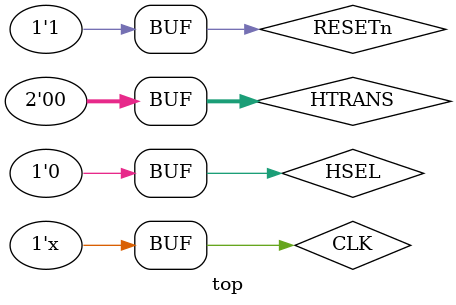
<source format=v>
`timescale 1ns/1ps

module top();
    reg 		CLK = 0;
    wire 		RESETn = 1'b1;
    wire 		irq;
    // TODO: Add any IP signals here
        wire [31:0]	HADDR;
        wire 		HWRITE;
        wire 		HSEL = 0;
        wire 		HREADYOUT;
        wire [1:0]	HTRANS=0;
        wire [31:0]	HWDATA;
        wire [31:0]	HRDATA;
        wire 		HREADY;
        wire [2:0]  HSIZE;
    `ifdef RAM128
        DFFRAM128x32_ahbl dut( `ifdef USE_POWER_PINS .VPWR(1'b1), .VGND(1'b0), `endif .HCLK(CLK), .HRESETn(RESETn), .HADDR(HADDR), .HWRITE(HWRITE), .HSEL(HSEL), .HTRANS(HTRANS), .HWDATA(HWDATA), .HRDATA(HRDATA), .HREADY(HREADY),.HREADYOUT(HREADYOUT), .HSIZE(HSIZE));
    `elsif RAM256
        DFFRAM256x32_ahbl dut(`ifdef USE_POWER_PINS .VPWR(1'b1), .VGND(1'b0), `endif .HCLK(CLK), .HRESETn(RESETn), .HADDR(HADDR), .HWRITE(HWRITE), .HSEL(HSEL), .HTRANS(HTRANS), .HWDATA(HWDATA), .HRDATA(HRDATA), .HREADY(HREADY),.HREADYOUT(HREADYOUT), .HSIZE(HSIZE));
    `elsif RAM512
        DFFRAM512x32_ahbl dut(`ifdef USE_POWER_PINS .VPWR(1'b1), .VGND(1'b0), `endif .HCLK(CLK), .HRESETn(RESETn), .HADDR(HADDR), .HWRITE(HWRITE), .HSEL(HSEL), .HTRANS(HTRANS), .HWDATA(HWDATA), .HRDATA(HRDATA), .HREADY(HREADY),.HREADYOUT(HREADYOUT), .HSIZE(HSIZE));
    `endif
    // monitor inside signals
    `ifndef SKIP_WAVE_DUMP
        initial begin
            $dumpfile ({"waves.vcd"});
            $dumpvars(0, top);
        end
    `endif
    always #10 CLK = !CLK; // clk generator
endmodule
</source>
